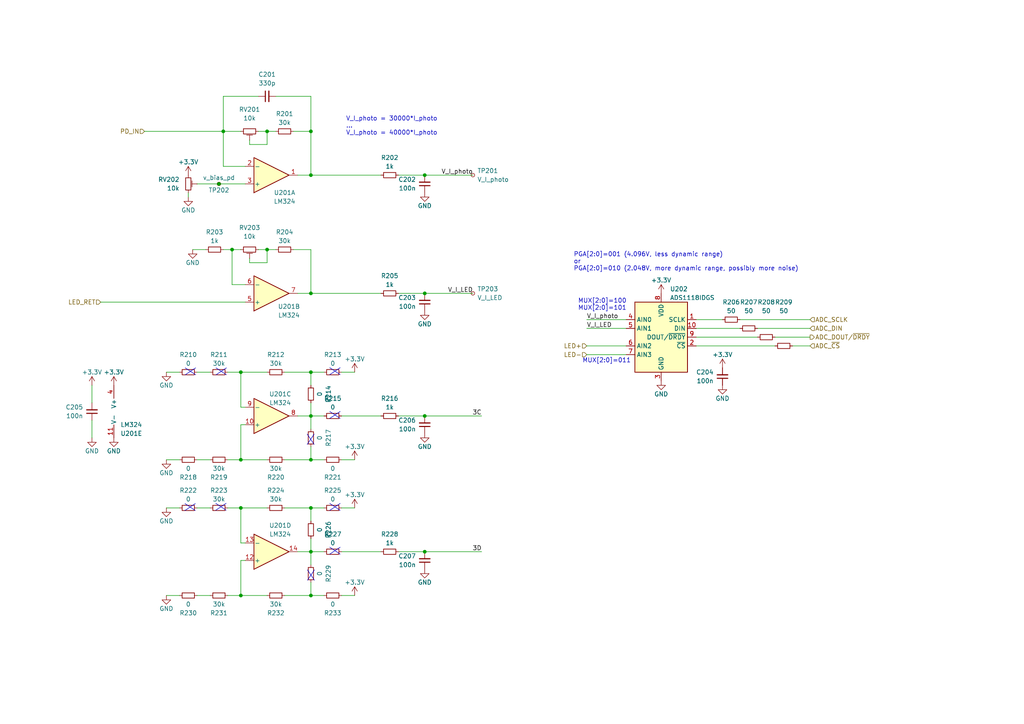
<source format=kicad_sch>
(kicad_sch (version 20211123) (generator eeschema)
  (paper "A4")
  (lib_symbols
    (symbol "Amplifier_Operational:LM324" (pin_names (offset 0.127))
      (property "Reference" "U" (at 0 5.08 0))
      (property "Value" "LM324" (at 0 -5.08 0))
      (symbol "LM324_1_1"
        (polyline (pts (xy -5.08 5.08) (xy 5.08 0) (xy -5.08 -5.08) (xy -5.08 5.08)) (stroke (width 0.254)) (fill (type background)))
        (pin output line (at 7.62 0 180) (length 2.54) (name "~") (number "1"))
        (pin input line (at -7.62 -2.54 0) (length 2.54) (name "-") (number "2"))
        (pin input line (at -7.62 2.54 0) (length 2.54) (name "+") (number "3"))
      )
      (symbol "LM324_2_1"
        (polyline (pts (xy -5.08 5.08) (xy 5.08 0) (xy -5.08 -5.08) (xy -5.08 5.08)) (stroke (width 0.254)) (fill (type background)))
        (pin input line (at -7.62 2.54 0) (length 2.54) (name "+") (number "5"))
        (pin input line (at -7.62 -2.54 0) (length 2.54) (name "-") (number "6"))
        (pin output line (at 7.62 0 180) (length 2.54) (name "~") (number "7"))
      )
      (symbol "LM324_3_1"
        (polyline (pts (xy -5.08 5.08) (xy 5.08 0) (xy -5.08 -5.08) (xy -5.08 5.08)) (stroke (width 0.254)) (fill (type background)))
        (pin input line (at -7.62 2.54 0) (length 2.54) (name "+") (number "10"))
        (pin output line (at 7.62 0 180) (length 2.54) (name "~") (number "8"))
        (pin input line (at -7.62 -2.54 0) (length 2.54) (name "-") (number "9"))
      )
      (symbol "LM324_4_1"
        (polyline (pts (xy -5.08 5.08) (xy 5.08 0) (xy -5.08 -5.08) (xy -5.08 5.08)) (stroke (width 0.254)) (fill (type background)))
        (pin input line (at -7.62 2.54 0) (length 2.54) (name "+") (number "12"))
        (pin input line (at -7.62 -2.54 0) (length 2.54) (name "-") (number "13"))
        (pin output line (at 7.62 0 180) (length 2.54) (name "~") (number "14"))
      )
      (symbol "LM324_5_1"
        (pin power_in line (at -2.54 -7.62 90) (length 3.81) (name "V-") (number "11"))
        (pin power_in line (at -2.54 7.62 270) (length 3.81) (name "V+") (number "4"))
      )
    )
    (symbol "Analog_ADC:ADS1118IDGS"
      (property "Reference" "U" (at 1.27 13.97 0))
      (property "Value" "ADS1118IDGS" (at 1.27 11.43 0))
      (symbol "ADS1118IDGS_0_1"
        (rectangle (start 7.62 10.16) (end -7.62 -10.16) (stroke (width 0.254)) (fill (type background)))
      )
      (symbol "ADS1118IDGS_1_1"
        (pin input line (at 10.16 5.08 180) (length 2.54) (name "SCLK") (number "1"))
        (pin input line (at 10.16 2.54 180) (length 2.54) (name "DIN") (number "10"))
        (pin input line (at 10.16 -2.54 180) (length 2.54) (name "~{CS}") (number "2"))
        (pin power_in line (at 0 -12.7 90) (length 2.54) (name "GND") (number "3"))
        (pin input line (at -10.16 5.08 0) (length 2.54) (name "AIN0") (number "4"))
        (pin input line (at -10.16 2.54 0) (length 2.54) (name "AIN1") (number "5"))
        (pin input line (at -10.16 -2.54 0) (length 2.54) (name "AIN2") (number "6"))
        (pin input line (at -10.16 -5.08 0) (length 2.54) (name "AIN3") (number "7"))
        (pin power_in line (at 0 12.7 270) (length 2.54) (name "VDD") (number "8"))
        (pin output line (at 10.16 0 180) (length 2.54) (name "DOUT/~{DRDY}") (number "9"))
      )
    )
    (symbol "Connector:TestPoint_Small" (pin_numbers hide) (pin_names (offset 0.762) hide)
      (property "Reference" "TP" (at 0 3.81 0))
      (property "Value" "TestPoint_Small" (at 0 2.032 0))
      (symbol "TestPoint_Small_0_1"
        (circle (center 0 0) (radius 0.508))
      )
      (symbol "TestPoint_Small_1_1"
        (pin passive line (at 0 0 90) (length 0) (name "1") (number "1"))
      )
    )
    (symbol "Device:C_Small" (pin_numbers hide) (pin_names (offset 0.254) hide)
      (property "Reference" "C" (at 0.254 1.778 0))
      (property "Value" "C_Small" (at 0.254 -2.032 0))
      (symbol "C_Small_0_1"
        (polyline (pts (xy -1.524 -0.508) (xy 1.524 -0.508)) (stroke (width 0.3302)))
        (polyline (pts (xy -1.524 0.508) (xy 1.524 0.508)) (stroke (width 0.3048)))
      )
      (symbol "C_Small_1_1"
        (pin passive line (at 0 2.54 270) (length 2.032) (name "~") (number "1"))
        (pin passive line (at 0 -2.54 90) (length 2.032) (name "~") (number "2"))
      )
    )
    (symbol "Device:R_Small" (pin_numbers hide) (pin_names (offset 0.254) hide)
      (property "Reference" "R" (at 0.762 0.508 0))
      (property "Value" "R_Small" (at 0.762 -1.016 0))
      (symbol "R_Small_0_1"
        (rectangle (start -0.762 1.778) (end 0.762 -1.778) (stroke (width 0.2032)))
      )
      (symbol "R_Small_1_1"
        (pin passive line (at 0 2.54 270) (length 0.762) (name "~") (number "1"))
        (pin passive line (at 0 -2.54 90) (length 0.762) (name "~") (number "2"))
      )
    )
    (symbol "R_Potentiometer_Trim_Small_1" (pin_numbers hide) (pin_names (offset 1.016) hide)
      (property "Reference" "RV" (at -4.445 0 90))
      (property "Value" "R_Potentiometer_Trim_Small_1" (at -2.54 0 90))
      (symbol "R_Potentiometer_Trim_Small_1_0_1"
        (rectangle (start -0.76 1.78) (end 0.76 -1.78) (stroke (width 0.2032)))
        (polyline (pts (xy 0 -1.78) (xy 0 -2.54)))
        (polyline (pts (xy 0 1.78) (xy 0 2.54)))
        (polyline (pts (xy 1.0885 0.8805) (xy 1.0885 -0.8779)))
        (polyline (pts (xy 1.0941 0) (xy 2.54 0)))
      )
      (symbol "R_Potentiometer_Trim_Small_1_1_1"
        (pin passive line (at 0 2.54 270) (length 0) (name "1") (number "1"))
        (pin passive line (at 2.54 0 180) (length 0) (name "2") (number "2"))
        (pin passive line (at 0 -2.54 90) (length 0) (name "3") (number "3"))
      )
    )
    (symbol "R_Potentiometer_Trim_Small_2" (pin_numbers hide) (pin_names (offset 1.016) hide)
      (property "Reference" "RV" (at -4.445 0 90))
      (property "Value" "R_Potentiometer_Trim_Small_2" (at -2.54 0 90))
      (symbol "R_Potentiometer_Trim_Small_2_0_1"
        (rectangle (start -0.76 1.78) (end 0.76 -1.78) (stroke (width 0.2032)))
        (polyline (pts (xy 0 -1.78) (xy 0 -2.54)))
        (polyline (pts (xy 0 1.78) (xy 0 2.54)))
        (polyline (pts (xy 1.0885 0.8805) (xy 1.0885 -0.8779)))
        (polyline (pts (xy 1.0941 0) (xy 2.54 0)))
      )
      (symbol "R_Potentiometer_Trim_Small_2_1_1"
        (pin passive line (at 0 2.54 270) (length 0) (name "1") (number "1"))
        (pin passive line (at 2.54 0 180) (length 0) (name "2") (number "2"))
        (pin passive line (at 0 -2.54 90) (length 0) (name "3") (number "3"))
      )
    )
    (symbol "power:+3.3V" (power) (pin_names (offset 0))
      (property "Value" "+3.3V" (at 0 3.556 0))
      (symbol "+3.3V_0_1"
        (polyline (pts (xy -0.762 1.27) (xy 0 2.54)))
        (polyline (pts (xy 0 0) (xy 0 2.54)))
        (polyline (pts (xy 0 2.54) (xy 0.762 1.27)))
      )
      (symbol "+3.3V_1_1"
        (pin power_in line (at 0 0 90) (length 0) hide (name "+3.3V") (number "1"))
      )
    )
    (symbol "power:GND" (power) (pin_names (offset 0))
      (property "Value" "GND" (at 0 -3.81 0))
      (symbol "GND_0_1"
        (polyline (pts (xy 0 0) (xy 0 -1.27) (xy 1.27 -1.27) (xy 0 -2.54) (xy -1.27 -1.27) (xy 0 -1.27)))
      )
      (symbol "GND_1_1"
        (pin power_in line (at 0 0 270) (length 0) hide (name "GND") (number "1"))
      )
    )
  )
  (junction (at 123.19 50.8))
  (junction (at 67.31 72.39))
  (junction (at 69.85 133.35))
  (junction (at 64.77 38.1))
  (junction (at 90.17 38.1))
  (junction (at 90.17 50.8))
  (junction (at 77.47 38.1))
  (junction (at 90.17 160.02))
  (junction (at 63.5 53.34))
  (junction (at 90.17 107.95))
  (junction (at 69.85 147.32))
  (junction (at 90.17 147.32))
  (junction (at 90.17 120.65))
  (junction (at 69.85 172.72))
  (junction (at 123.19 85.09))
  (junction (at 123.19 160.02))
  (junction (at 90.17 172.72))
  (junction (at 123.19 120.65))
  (junction (at 69.85 107.95))
  (junction (at 90.17 133.35))
  (junction (at 77.47 72.39))
  (junction (at 90.17 85.09))
  (wire (pts (xy 90.17 160.02) (xy 90.17 163.83)))
  (wire (pts (xy 90.17 38.1) (xy 90.17 50.8)))
  (wire (pts (xy 74.93 38.1) (xy 77.47 38.1)))
  (wire (pts (xy 90.17 107.95) (xy 93.98 107.95)))
  (wire (pts (xy 123.19 50.8) (xy 137.16 50.8)))
  (wire (pts (xy 69.85 123.19) (xy 69.85 133.35)))
  (wire (pts (xy 64.77 72.39) (xy 67.31 72.39)))
  (wire (pts (xy 90.17 151.13) (xy 90.17 147.32)))
  (wire (pts (xy 72.39 40.64) (xy 72.39 41.91)))
  (wire (pts (xy 115.57 85.09) (xy 123.19 85.09)))
  (wire (pts (xy 67.31 72.39) (xy 69.85 72.39)))
  (wire (pts (xy 26.67 127) (xy 26.67 121.92)))
  (wire (pts (xy 57.15 53.34) (xy 63.5 53.34)))
  (wire (pts (xy 69.85 118.11) (xy 71.12 118.11)))
  (wire (pts (xy 123.19 120.65) (xy 139.7 120.65)))
  (wire (pts (xy 224.79 97.79) (xy 234.95 97.79)))
  (wire (pts (xy 57.15 147.32) (xy 60.96 147.32)))
  (wire (pts (xy 115.57 50.8) (xy 123.19 50.8)))
  (wire (pts (xy 90.17 168.91) (xy 90.17 172.72)))
  (wire (pts (xy 170.18 95.25) (xy 181.61 95.25)))
  (wire (pts (xy 90.17 120.65) (xy 93.98 120.65)))
  (wire (pts (xy 99.06 120.65) (xy 110.49 120.65)))
  (wire (pts (xy 82.55 147.32) (xy 90.17 147.32)))
  (wire (pts (xy 102.87 133.35) (xy 99.06 133.35)))
  (wire (pts (xy 77.47 38.1) (xy 80.01 38.1)))
  (wire (pts (xy 219.71 95.25) (xy 234.95 95.25)))
  (wire (pts (xy 66.04 172.72) (xy 69.85 172.72)))
  (wire (pts (xy 72.39 76.2) (xy 77.47 76.2)))
  (wire (pts (xy 170.18 100.33) (xy 181.61 100.33)))
  (wire (pts (xy 90.17 156.21) (xy 90.17 160.02)))
  (wire (pts (xy 85.09 38.1) (xy 90.17 38.1)))
  (wire (pts (xy 201.93 95.25) (xy 214.63 95.25)))
  (wire (pts (xy 90.17 27.94) (xy 90.17 38.1)))
  (wire (pts (xy 48.26 147.32) (xy 52.07 147.32)))
  (wire (pts (xy 69.85 107.95) (xy 69.85 118.11)))
  (wire (pts (xy 90.17 72.39) (xy 90.17 85.09)))
  (wire (pts (xy 214.63 92.71) (xy 234.95 92.71)))
  (wire (pts (xy 77.47 38.1) (xy 77.47 41.91)))
  (wire (pts (xy 26.67 111.76) (xy 26.67 116.84)))
  (wire (pts (xy 74.93 72.39) (xy 77.47 72.39)))
  (wire (pts (xy 72.39 41.91) (xy 77.47 41.91)))
  (wire (pts (xy 82.55 133.35) (xy 90.17 133.35)))
  (wire (pts (xy 48.26 172.72) (xy 52.07 172.72)))
  (wire (pts (xy 90.17 120.65) (xy 90.17 124.46)))
  (wire (pts (xy 90.17 111.76) (xy 90.17 107.95)))
  (wire (pts (xy 115.57 160.02) (xy 123.19 160.02)))
  (wire (pts (xy 48.26 133.35) (xy 52.07 133.35)))
  (wire (pts (xy 102.87 107.95) (xy 99.06 107.95)))
  (wire (pts (xy 71.12 82.55) (xy 67.31 82.55)))
  (wire (pts (xy 71.12 123.19) (xy 69.85 123.19)))
  (wire (pts (xy 69.85 162.56) (xy 69.85 172.72)))
  (wire (pts (xy 90.17 172.72) (xy 93.98 172.72)))
  (wire (pts (xy 57.15 172.72) (xy 60.96 172.72)))
  (wire (pts (xy 72.39 74.93) (xy 72.39 76.2)))
  (wire (pts (xy 77.47 107.95) (xy 69.85 107.95)))
  (wire (pts (xy 102.87 172.72) (xy 99.06 172.72)))
  (wire (pts (xy 85.09 72.39) (xy 90.17 72.39)))
  (wire (pts (xy 90.17 129.54) (xy 90.17 133.35)))
  (wire (pts (xy 64.77 48.26) (xy 71.12 48.26)))
  (wire (pts (xy 71.12 162.56) (xy 69.85 162.56)))
  (wire (pts (xy 77.47 72.39) (xy 80.01 72.39)))
  (wire (pts (xy 115.57 120.65) (xy 123.19 120.65)))
  (wire (pts (xy 64.77 38.1) (xy 69.85 38.1)))
  (wire (pts (xy 77.47 72.39) (xy 77.47 76.2)))
  (wire (pts (xy 69.85 133.35) (xy 77.47 133.35)))
  (wire (pts (xy 64.77 27.94) (xy 64.77 38.1)))
  (wire (pts (xy 102.87 147.32) (xy 99.06 147.32)))
  (wire (pts (xy 66.04 107.95) (xy 69.85 107.95)))
  (wire (pts (xy 66.04 147.32) (xy 69.85 147.32)))
  (wire (pts (xy 90.17 85.09) (xy 110.49 85.09)))
  (wire (pts (xy 66.04 133.35) (xy 69.85 133.35)))
  (wire (pts (xy 86.36 160.02) (xy 90.17 160.02)))
  (wire (pts (xy 71.12 53.34) (xy 63.5 53.34)))
  (wire (pts (xy 80.01 27.94) (xy 90.17 27.94)))
  (wire (pts (xy 57.15 133.35) (xy 60.96 133.35)))
  (wire (pts (xy 82.55 107.95) (xy 90.17 107.95)))
  (wire (pts (xy 99.06 160.02) (xy 110.49 160.02)))
  (wire (pts (xy 201.93 100.33) (xy 224.79 100.33)))
  (wire (pts (xy 48.26 107.95) (xy 52.07 107.95)))
  (wire (pts (xy 41.91 38.1) (xy 64.77 38.1)))
  (wire (pts (xy 64.77 38.1) (xy 64.77 48.26)))
  (wire (pts (xy 57.15 107.95) (xy 60.96 107.95)))
  (wire (pts (xy 201.93 97.79) (xy 219.71 97.79)))
  (wire (pts (xy 201.93 92.71) (xy 209.55 92.71)))
  (wire (pts (xy 29.21 87.63) (xy 71.12 87.63)))
  (wire (pts (xy 86.36 120.65) (xy 90.17 120.65)))
  (wire (pts (xy 170.18 92.71) (xy 181.61 92.71)))
  (wire (pts (xy 229.87 100.33) (xy 234.95 100.33)))
  (wire (pts (xy 69.85 147.32) (xy 69.85 157.48)))
  (wire (pts (xy 90.17 160.02) (xy 93.98 160.02)))
  (wire (pts (xy 69.85 157.48) (xy 71.12 157.48)))
  (wire (pts (xy 77.47 147.32) (xy 69.85 147.32)))
  (wire (pts (xy 67.31 72.39) (xy 67.31 82.55)))
  (wire (pts (xy 123.19 160.02) (xy 139.7 160.02)))
  (wire (pts (xy 86.36 50.8) (xy 90.17 50.8)))
  (wire (pts (xy 90.17 50.8) (xy 110.49 50.8)))
  (wire (pts (xy 64.77 27.94) (xy 74.93 27.94)))
  (wire (pts (xy 93.98 147.32) (xy 90.17 147.32)))
  (wire (pts (xy 90.17 116.84) (xy 90.17 120.65)))
  (wire (pts (xy 54.61 57.15) (xy 54.61 55.88)))
  (wire (pts (xy 170.18 102.87) (xy 181.61 102.87)))
  (wire (pts (xy 90.17 85.09) (xy 86.36 85.09)))
  (wire (pts (xy 90.17 133.35) (xy 93.98 133.35)))
  (wire (pts (xy 123.19 85.09) (xy 137.16 85.09)))
  (wire (pts (xy 55.88 72.39) (xy 59.69 72.39)))
  (wire (pts (xy 82.55 172.72) (xy 90.17 172.72)))
  (wire (pts (xy 69.85 172.72) (xy 77.47 172.72)))
  (text "X" (at 91.6402 129.5321 180) (effects (font (size 3 3)) (justify right bottom)))
  (text "X" (at 57.1081 109.4784 90) (effects (font (size 3 3)) (justify left bottom)))
  (text "X" (at 91.7189 168.9142 180) (effects (font (size 3 3)) (justify right bottom)))
  (text "MUX[2:0]=011" (at 168.91 105.41 0) (effects (font (size 1.27 1.27)) (justify left bottom)))
  (text "PGA[2:0]=001 (4.096V, less dynamic range) \nor \nPGA[2:0]=010 (2.048V, more dynamic range, possibly more noise)" (at 166.37 78.74 0) (effects (font (size 1.27 1.27)) (justify left bottom)))
  (text "X" (at 99.0273 122.1269 90) (effects (font (size 3 3)) (justify left bottom)))
  (text "X" (at 65.9572 148.7621 90) (effects (font (size 3 3)) (justify left bottom)))
  (text "X" (at 99.0273 148.7969 90) (effects (font (size 3 3)) (justify left bottom)))
  (text "X" (at 66.04 109.4784 90) (effects (font (size 3 3)) (justify left bottom)))
  (text "MUX[2:0]=100\nMUX[2:0]=101" (at 167.64 90.17 0) (effects (font (size 1.27 1.27)) (justify left bottom)))
  (text "X" (at 99.0273 109.4269 90) (effects (font (size 3 3)) (justify left bottom)))
  (text "V_I_photo = 30000*I_photo\n...\nV_I_photo = 40000*I_photo" (at 100.33 39.37 0) (effects (font (size 1.27 1.27)) (justify left bottom)))
  (text "X" (at 57.0277 148.8392 90) (effects (font (size 3 3)) (justify left bottom)))
  (text "X" (at 99.0273 161.4969 90) (effects (font (size 3 3)) (justify left bottom)))
  (label "V_I_photo" (at 170.18 92.71 0))
  (label "3D" (at 139.7 160.02 180))
  (label "3C" (at 139.7 120.65 180))
  (label "V_I_LED" (at 137.16 85.09 180))
  (label "V_I_LED" (at 170.18 95.25 0))
  (label "V_I_photo" (at 137.16 50.8 180))
  (hierarchical_label "ADC_SCLK" (shape input) (at 234.95 92.71 0))
  (hierarchical_label "PD_IN" (shape input) (at 41.91 38.1 180))
  (hierarchical_label "ADC_DIN" (shape input) (at 234.95 95.25 0))
  (hierarchical_label "ADC_DOUT{slash}~{DRDY}" (shape output) (at 234.95 97.79 0))
  (hierarchical_label "ADC_~{CS}" (shape input) (at 234.95 100.33 0))
  (hierarchical_label "LED_RET" (shape input) (at 29.21 87.63 180))
  (hierarchical_label "LED-" (shape input) (at 170.18 102.87 180))
  (hierarchical_label "LED+" (shape input) (at 170.18 100.33 180))
  (symbol (lib_name "R_Potentiometer_Trim_Small_1") (lib_id "Seppl_Device:R_Potentiometer_Trim_Small") (at 54.61 53.34 0) (unit 1)
    (property "Reference" "RV202" (at 52.07 52.0699 0) (effects (justify right)))
    (property "Value" "10k" (at 52.07 54.6099 0) (effects (justify right)))
    (property "Footprint" "Potentiometer_THT:Potentiometer_Bourns_3296W_Vertical" (effects hide))
  )
  (symbol (lib_id "power:+3.3V") (at 33.02 111.76 0) (unit 1)
    (property "Reference" "#PWR0212" (effects hide))
    (property "Value" "+3.3V" (at 33.02 107.95 0))
  )
  (symbol (lib_id "power:GND") (at 123.19 55.88 0) (unit 1)
    (property "Reference" "#PWR0202" (effects hide))
    (property "Value" "GND" (at 123.19 59.69 0))
  )
  (symbol (lib_id "power:GND") (at 48.26 172.72 0) (unit 1)
    (property "Reference" "#PWR0222" (effects hide))
    (property "Value" "GND" (at 48.26 176.53 0))
  )
  (symbol (lib_id "Device:R_Small") (at 63.5 172.72 90) (mirror x) (unit 1)
    (property "Reference" "R231" (at 63.5 177.8 90))
    (property "Value" "30k" (at 63.5 175.26 90))
    (property "Footprint" "Resistor_SMD:R_0805_2012Metric_Pad1.20x1.40mm_HandSolder" (effects hide))
  )
  (symbol (lib_id "Device:C_Small") (at 123.19 162.56 0) (mirror x) (unit 1)
    (property "Reference" "C207" (at 120.65 161.2835 0) (effects (justify right)))
    (property "Value" "100n" (at 120.65 163.8235 0) (effects (justify right)))
    (property "Footprint" "Capacitor_SMD:C_0805_2012Metric_Pad1.18x1.45mm_HandSolder" (effects hide))
  )
  (symbol (lib_id "Device:R_Small") (at 113.03 85.09 90) (unit 1)
    (property "Reference" "R205" (at 113.03 80.01 90))
    (property "Value" "1k" (at 113.03 82.55 90))
    (property "Footprint" "Resistor_SMD:R_0805_2012Metric_Pad1.20x1.40mm_HandSolder" (effects hide))
  )
  (symbol (lib_id "Device:R_Small") (at 63.5 107.95 90) (unit 1)
    (property "Reference" "R211" (at 63.5 102.87 90))
    (property "Value" "30k" (at 63.5 105.41 90))
    (property "Footprint" "Resistor_SMD:R_0805_2012Metric_Pad1.20x1.40mm_HandSolder" (effects hide))
  )
  (symbol (lib_id "Device:R_Small") (at 54.61 107.95 90) (unit 1)
    (property "Reference" "R210" (at 54.61 102.87 90))
    (property "Value" "0" (at 54.61 105.41 90))
    (property "Footprint" "Resistor_SMD:R_0805_2012Metric_Pad1.20x1.40mm_HandSolder" (effects hide))
  )
  (symbol (lib_id "Device:C_Small") (at 123.19 123.19 0) (mirror x) (unit 1)
    (property "Reference" "C206" (at 120.65 121.9135 0) (effects (justify right)))
    (property "Value" "100n" (at 120.65 124.4535 0) (effects (justify right)))
    (property "Footprint" "Capacitor_SMD:C_0805_2012Metric_Pad1.18x1.45mm_HandSolder" (effects hide))
  )
  (symbol (lib_id "Amplifier_Operational:LM324") (at 78.74 120.65 0) (mirror x) (unit 3)
    (property "Reference" "U201" (at 81.28 114.3 0))
    (property "Value" "LM324" (at 81.28 116.84 0))
    (property "Footprint" "Package_SO:SOIC-14_3.9x8.7mm_P1.27mm" (effects hide))
    (property "Datasheet" "http://www.ti.com/lit/ds/symlink/lm2902-n.pdf" (effects hide))
  )
  (symbol (lib_id "Device:R_Small") (at 54.61 172.72 90) (mirror x) (unit 1)
    (property "Reference" "R230" (at 54.61 177.8 90))
    (property "Value" "0" (at 54.61 175.26 90))
    (property "Footprint" "Resistor_SMD:R_0805_2012Metric_Pad1.20x1.40mm_HandSolder" (effects hide))
  )
  (symbol (lib_id "power:GND") (at 48.26 107.95 0) (unit 1)
    (property "Reference" "#PWR0208" (effects hide))
    (property "Value" "GND" (at 48.26 111.76 0))
  )
  (symbol (lib_id "Device:C_Small") (at 209.55 109.22 0) (mirror x) (unit 1)
    (property "Reference" "C204" (at 207.01 107.9435 0) (effects (justify right)))
    (property "Value" "100n" (at 207.01 110.4835 0) (effects (justify right)))
    (property "Footprint" "Capacitor_SMD:C_0805_2012Metric_Pad1.18x1.45mm_HandSolder" (effects hide))
  )
  (symbol (lib_id "power:GND") (at 26.67 127 0) (unit 1)
    (property "Reference" "#PWR0215" (effects hide))
    (property "Value" "GND" (at 26.67 130.81 0))
  )
  (symbol (lib_id "power:GND") (at 123.19 165.1 0) (unit 1)
    (property "Reference" "#PWR0221" (effects hide))
    (property "Value" "GND" (at 123.19 168.91 0))
  )
  (symbol (lib_id "Device:R_Small") (at 54.61 133.35 90) (mirror x) (unit 1)
    (property "Reference" "R218" (at 54.61 138.43 90))
    (property "Value" "0" (at 54.61 135.89 90))
    (property "Footprint" "Resistor_SMD:R_0805_2012Metric_Pad1.20x1.40mm_HandSolder" (effects hide))
  )
  (symbol (lib_id "power:+3.3V") (at 26.67 111.76 0) (unit 1)
    (property "Reference" "#PWR0211" (effects hide))
    (property "Value" "+3.3V" (at 26.67 107.95 0))
  )
  (symbol (lib_id "power:GND") (at 55.88 72.39 0) (unit 1)
    (property "Reference" "#PWR0204" (effects hide))
    (property "Value" "GND" (at 55.88 76.2 0))
  )
  (symbol (lib_id "Device:R_Small") (at 113.03 50.8 90) (unit 1)
    (property "Reference" "R202" (at 113.03 45.72 90))
    (property "Value" "1k" (at 113.03 48.26 90))
    (property "Footprint" "Resistor_SMD:R_0805_2012Metric_Pad1.20x1.40mm_HandSolder" (effects hide))
  )
  (symbol (lib_id "power:GND") (at 209.55 111.76 0) (unit 1)
    (property "Reference" "#PWR0213" (effects hide))
    (property "Value" "GND" (at 209.55 115.57 0))
  )
  (symbol (lib_id "Device:R_Small") (at 63.5 133.35 90) (mirror x) (unit 1)
    (property "Reference" "R219" (at 63.5 138.43 90))
    (property "Value" "30k" (at 63.5 135.89 90))
    (property "Footprint" "Resistor_SMD:R_0805_2012Metric_Pad1.20x1.40mm_HandSolder" (effects hide))
  )
  (symbol (lib_id "Amplifier_Operational:LM324") (at 78.74 85.09 0) (mirror x) (unit 2)
    (property "Reference" "U201" (at 83.82 88.9 0))
    (property "Value" "LM324" (at 83.82 91.44 0))
    (property "Footprint" "Package_SO:SOIC-14_3.9x8.7mm_P1.27mm" (effects hide))
    (property "Datasheet" "http://www.ti.com/lit/ds/symlink/lm2902-n.pdf" (effects hide))
  )
  (symbol (lib_id "Device:R_Small") (at 96.52 147.32 90) (unit 1)
    (property "Reference" "R225" (at 96.52 142.24 90))
    (property "Value" "0" (at 96.52 144.78 90))
    (property "Footprint" "Resistor_SMD:R_0805_2012Metric_Pad1.20x1.40mm_HandSolder" (effects hide))
  )
  (symbol (lib_id "Device:R_Small") (at 90.17 114.3 0) (mirror x) (unit 1)
    (property "Reference" "R214" (at 95.25 114.3 90))
    (property "Value" "0" (at 92.71 114.3 90))
    (property "Footprint" "Resistor_SMD:R_0805_2012Metric_Pad1.20x1.40mm_HandSolder" (effects hide))
  )
  (symbol (lib_id "Device:R_Small") (at 62.23 72.39 90) (unit 1)
    (property "Reference" "R203" (at 62.23 67.31 90))
    (property "Value" "1k" (at 62.23 69.85 90))
    (property "Footprint" "Resistor_SMD:R_0805_2012Metric_Pad1.20x1.40mm_HandSolder" (effects hide))
  )
  (symbol (lib_id "Device:R_Small") (at 96.52 172.72 90) (mirror x) (unit 1)
    (property "Reference" "R233" (at 96.52 177.8 90))
    (property "Value" "0" (at 96.52 175.26 90))
    (property "Footprint" "Resistor_SMD:R_0805_2012Metric_Pad1.20x1.40mm_HandSolder" (effects hide))
  )
  (symbol (lib_id "power:+3.3V") (at 102.87 133.35 0) (unit 1)
    (property "Reference" "#PWR0218" (effects hide))
    (property "Value" "+3.3V" (at 102.87 129.54 0))
  )
  (symbol (lib_id "Device:R_Small") (at 96.52 107.95 90) (unit 1)
    (property "Reference" "R213" (at 96.52 102.87 90))
    (property "Value" "0" (at 96.52 105.41 90))
    (property "Footprint" "Resistor_SMD:R_0805_2012Metric_Pad1.20x1.40mm_HandSolder" (effects hide))
  )
  (symbol (lib_id "Device:R_Small") (at 82.55 72.39 90) (unit 1)
    (property "Reference" "R204" (at 82.55 67.31 90))
    (property "Value" "30k" (at 82.55 69.85 90))
    (property "Footprint" "Resistor_SMD:R_0805_2012Metric_Pad1.20x1.40mm_HandSolder" (effects hide))
  )
  (symbol (lib_id "power:GND") (at 48.26 133.35 0) (unit 1)
    (property "Reference" "#PWR0217" (effects hide))
    (property "Value" "GND" (at 48.26 137.16 0))
  )
  (symbol (lib_id "Device:C_Small") (at 123.19 53.34 0) (mirror x) (unit 1)
    (property "Reference" "C202" (at 120.65 52.0635 0) (effects (justify right)))
    (property "Value" "100n" (at 120.65 54.6035 0) (effects (justify right)))
    (property "Footprint" "Capacitor_SMD:C_0805_2012Metric_Pad1.18x1.45mm_HandSolder" (effects hide))
  )
  (symbol (lib_id "Device:C_Small") (at 26.67 119.38 0) (mirror x) (unit 1)
    (property "Reference" "C205" (at 24.13 118.1035 0) (effects (justify right)))
    (property "Value" "100n" (at 24.13 120.6435 0) (effects (justify right)))
    (property "Footprint" "Capacitor_SMD:C_0805_2012Metric_Pad1.18x1.45mm_HandSolder" (effects hide))
  )
  (symbol (lib_id "Device:R_Small") (at 80.01 147.32 90) (unit 1)
    (property "Reference" "R224" (at 80.01 142.24 90))
    (property "Value" "30k" (at 80.01 144.78 90))
    (property "Footprint" "Resistor_SMD:R_0805_2012Metric_Pad1.20x1.40mm_HandSolder" (effects hide))
  )
  (symbol (lib_id "Device:R_Small") (at 113.03 160.02 90) (unit 1)
    (property "Reference" "R228" (at 113.03 154.94 90))
    (property "Value" "1k" (at 113.03 157.48 90))
    (property "Footprint" "Resistor_SMD:R_0805_2012Metric_Pad1.20x1.40mm_HandSolder" (effects hide))
  )
  (symbol (lib_id "Device:R_Small") (at 90.17 153.67 0) (mirror x) (unit 1)
    (property "Reference" "R226" (at 95.25 153.67 90))
    (property "Value" "0" (at 92.71 153.67 90))
    (property "Footprint" "Resistor_SMD:R_0805_2012Metric_Pad1.20x1.40mm_HandSolder" (effects hide))
  )
  (symbol (lib_id "Analog_ADC:ADS1118IDGS") (at 191.77 97.79 0) (unit 1)
    (property "Reference" "U202" (at 194.31 83.82 0) (effects (justify left)))
    (property "Value" "ADS1118IDGS" (at 194.31 86.36 0) (effects (justify left)))
    (property "Footprint" "Package_SO:TSSOP-10_3x3mm_P0.5mm" (effects hide))
    (property "Datasheet" "http://www.ti.com/lit/ds/symlink/ads1118.pdf" (effects hide))
  )
  (symbol (lib_id "power:+3.3V") (at 54.61 50.8 0) (unit 1)
    (property "Reference" "#PWR0201" (effects hide))
    (property "Value" "+3.3V" (at 54.61 46.99 0))
  )
  (symbol (lib_id "Device:R_Small") (at 63.5 147.32 90) (unit 1)
    (property "Reference" "R223" (at 63.5 142.24 90))
    (property "Value" "30k" (at 63.5 144.78 90))
    (property "Footprint" "Resistor_SMD:R_0805_2012Metric_Pad1.20x1.40mm_HandSolder" (effects hide))
  )
  (symbol (lib_id "Device:R_Small") (at 96.52 160.02 90) (unit 1)
    (property "Reference" "R227" (at 96.52 154.94 90))
    (property "Value" "0" (at 96.52 157.48 90))
    (property "Footprint" "Resistor_SMD:R_0805_2012Metric_Pad1.20x1.40mm_HandSolder" (effects hide))
  )
  (symbol (lib_id "power:GND") (at 191.77 110.49 0) (unit 1)
    (property "Reference" "#PWR0210" (effects hide))
    (property "Value" "GND" (at 191.77 114.3 0))
  )
  (symbol (lib_id "Device:R_Small") (at 80.01 172.72 90) (mirror x) (unit 1)
    (property "Reference" "R232" (at 80.01 177.8 90))
    (property "Value" "30k" (at 80.01 175.26 90))
    (property "Footprint" "Resistor_SMD:R_0805_2012Metric_Pad1.20x1.40mm_HandSolder" (effects hide))
  )
  (symbol (lib_id "Connector:TestPoint_Small") (at 137.16 85.09 0) (unit 1)
    (property "Reference" "TP203" (at 138.43 83.8199 0) (effects (justify left)))
    (property "Value" "V_I_LED" (at 138.43 86.3599 0) (effects (justify left)))
    (property "Footprint" "TestPoint:TestPoint_Pad_D2.0mm" (effects hide))
  )
  (symbol (lib_id "Amplifier_Operational:LM324") (at 35.56 119.38 0) (unit 5)
    (property "Reference" "U201" (at 38.1 125.73 0))
    (property "Value" "LM324" (at 38.1 123.19 0))
    (property "Footprint" "Package_SO:SOIC-14_3.9x8.7mm_P1.27mm" (effects hide))
    (property "Datasheet" "http://www.ti.com/lit/ds/symlink/lm2902-n.pdf" (effects hide))
  )
  (symbol (lib_id "power:+3.3V") (at 191.77 85.09 0) (unit 1)
    (property "Reference" "#PWR0205" (effects hide))
    (property "Value" "+3.3V" (at 191.77 81.28 0))
  )
  (symbol (lib_id "power:+3.3V") (at 102.87 147.32 0) (unit 1)
    (property "Reference" "#PWR0220" (effects hide))
    (property "Value" "+3.3V" (at 102.87 143.51 0))
  )
  (symbol (lib_id "power:+3.3V") (at 209.55 106.68 0) (unit 1)
    (property "Reference" "#PWR0207" (effects hide))
    (property "Value" "+3.3V" (at 209.55 102.87 0))
  )
  (symbol (lib_id "Device:R_Small") (at 113.03 120.65 90) (unit 1)
    (property "Reference" "R216" (at 113.03 115.57 90))
    (property "Value" "1k" (at 113.03 118.11 90))
    (property "Footprint" "Resistor_SMD:R_0805_2012Metric_Pad1.20x1.40mm_HandSolder" (effects hide))
  )
  (symbol (lib_id "power:GND") (at 123.19 125.73 0) (unit 1)
    (property "Reference" "#PWR0214" (effects hide))
    (property "Value" "GND" (at 123.19 129.54 0))
  )
  (symbol (lib_id "Device:C_Small") (at 77.47 27.94 90) (unit 1)
    (property "Reference" "C201" (at 77.4763 21.59 90))
    (property "Value" "330p" (at 77.4763 24.13 90))
    (property "Footprint" "Capacitor_SMD:C_0805_2012Metric_Pad1.18x1.45mm_HandSolder" (effects hide))
  )
  (symbol (lib_id "Device:C_Small") (at 123.19 87.63 0) (mirror x) (unit 1)
    (property "Reference" "C203" (at 120.65 86.3535 0) (effects (justify right)))
    (property "Value" "100n" (at 120.65 88.8935 0) (effects (justify right)))
    (property "Footprint" "Capacitor_SMD:C_0805_2012Metric_Pad1.18x1.45mm_HandSolder" (effects hide))
  )
  (symbol (lib_id "Device:R_Small") (at 217.17 95.25 90) (unit 1)
    (property "Reference" "R207" (at 217.17 87.63 90))
    (property "Value" "50" (at 217.17 90.17 90))
    (property "Footprint" "Resistor_SMD:R_0805_2012Metric_Pad1.20x1.40mm_HandSolder" (effects hide))
  )
  (symbol (lib_id "Device:R_Small") (at 54.61 147.32 90) (unit 1)
    (property "Reference" "R222" (at 54.61 142.24 90))
    (property "Value" "0" (at 54.61 144.78 90))
    (property "Footprint" "Resistor_SMD:R_0805_2012Metric_Pad1.20x1.40mm_HandSolder" (effects hide))
  )
  (symbol (lib_id "power:GND") (at 48.26 147.32 0) (unit 1)
    (property "Reference" "#PWR0219" (effects hide))
    (property "Value" "GND" (at 48.26 151.13 0))
  )
  (symbol (lib_id "Device:R_Small") (at 96.52 133.35 90) (mirror x) (unit 1)
    (property "Reference" "R221" (at 96.52 138.43 90))
    (property "Value" "0" (at 96.52 135.89 90))
    (property "Footprint" "Resistor_SMD:R_0805_2012Metric_Pad1.20x1.40mm_HandSolder" (effects hide))
  )
  (symbol (lib_id "Device:R_Small") (at 80.01 133.35 90) (mirror x) (unit 1)
    (property "Reference" "R220" (at 80.01 138.43 90))
    (property "Value" "30k" (at 80.01 135.89 90))
    (property "Footprint" "Resistor_SMD:R_0805_2012Metric_Pad1.20x1.40mm_HandSolder" (effects hide))
  )
  (symbol (lib_name "R_Potentiometer_Trim_Small_2") (lib_id "Seppl_Device:R_Potentiometer_Trim_Small") (at 72.39 72.39 270) (unit 1)
    (property "Reference" "RV203" (at 72.39 66.04 90))
    (property "Value" "10k" (at 72.39 68.58 90))
    (property "Footprint" "Potentiometer_THT:Potentiometer_Bourns_3296W_Vertical" (effects hide))
  )
  (symbol (lib_id "Device:R_Small") (at 90.17 166.37 0) (mirror x) (unit 1)
    (property "Reference" "R229" (at 95.25 166.37 90))
    (property "Value" "0" (at 92.71 166.37 90))
    (property "Footprint" "Resistor_SMD:R_0805_2012Metric_Pad1.20x1.40mm_HandSolder" (effects hide))
  )
  (symbol (lib_id "Device:R_Small") (at 96.52 120.65 90) (unit 1)
    (property "Reference" "R215" (at 96.52 115.57 90))
    (property "Value" "0" (at 96.52 118.11 90))
    (property "Footprint" "Resistor_SMD:R_0805_2012Metric_Pad1.20x1.40mm_HandSolder" (effects hide))
  )
  (symbol (lib_id "Amplifier_Operational:LM324") (at 78.74 160.02 0) (mirror x) (unit 4)
    (property "Reference" "U201" (at 81.28 152.4 0))
    (property "Value" "LM324" (at 81.28 154.94 0))
    (property "Footprint" "Package_SO:SOIC-14_3.9x8.7mm_P1.27mm" (effects hide))
    (property "Datasheet" "http://www.ti.com/lit/ds/symlink/lm2902-n.pdf" (effects hide))
  )
  (symbol (lib_id "power:GND") (at 54.61 57.15 0) (unit 1)
    (property "Reference" "#PWR0203" (effects hide))
    (property "Value" "GND" (at 54.61 60.96 0))
  )
  (symbol (lib_id "power:GND") (at 33.02 127 0) (unit 1)
    (property "Reference" "#PWR0216" (effects hide))
    (property "Value" "GND" (at 33.02 130.81 0))
  )
  (symbol (lib_id "power:GND") (at 123.19 90.17 0) (unit 1)
    (property "Reference" "#PWR0206" (effects hide))
    (property "Value" "GND" (at 123.19 93.98 0))
  )
  (symbol (lib_id "Device:R_Small") (at 82.55 38.1 90) (unit 1)
    (property "Reference" "R201" (at 82.55 33.02 90))
    (property "Value" "30k" (at 82.55 35.56 90))
    (property "Footprint" "Resistor_SMD:R_0805_2012Metric_Pad1.20x1.40mm_HandSolder" (effects hide))
  )
  (symbol (lib_id "power:+3.3V") (at 102.87 107.95 0) (unit 1)
    (property "Reference" "#PWR0209" (effects hide))
    (property "Value" "+3.3V" (at 102.87 104.14 0))
  )
  (symbol (lib_id "Connector:TestPoint_Small") (at 63.5 53.34 180) (unit 1)
    (property "Reference" "TP202" (at 63.5 55.88 0) (effects (justify top)))
    (property "Value" "v_bias_pd" (at 63.5 50.8 0) (effects (justify bottom)))
    (property "Footprint" "TestPoint:TestPoint_Pad_D2.0mm" (effects hide))
  )
  (symbol (lib_id "Device:R_Small") (at 222.25 97.79 90) (unit 1)
    (property "Reference" "R208" (at 222.25 87.63 90))
    (property "Value" "50" (at 222.25 90.17 90))
    (property "Footprint" "Resistor_SMD:R_0805_2012Metric_Pad1.20x1.40mm_HandSolder" (effects hide))
  )
  (symbol (lib_id "Connector:TestPoint_Small") (at 137.16 50.8 0) (unit 1)
    (property "Reference" "TP201" (at 138.43 49.5299 0) (effects (justify left)))
    (property "Value" "V_I_photo" (at 138.43 52.0699 0) (effects (justify left)))
    (property "Footprint" "TestPoint:TestPoint_Pad_D2.0mm" (effects hide))
  )
  (symbol (lib_id "Device:R_Small") (at 90.17 127 0) (mirror x) (unit 1)
    (property "Reference" "R217" (at 95.25 127 90))
    (property "Value" "0" (at 92.71 127 90))
    (property "Footprint" "Resistor_SMD:R_0805_2012Metric_Pad1.20x1.40mm_HandSolder" (effects hide))
  )
  (symbol (lib_id "Device:R_Small") (at 80.01 107.95 90) (unit 1)
    (property "Reference" "R212" (at 80.01 102.87 90))
    (property "Value" "30k" (at 80.01 105.41 90))
    (property "Footprint" "Resistor_SMD:R_0805_2012Metric_Pad1.20x1.40mm_HandSolder" (effects hide))
  )
  (symbol (lib_id "Device:R_Small") (at 212.09 92.71 90) (unit 1)
    (property "Reference" "R206" (at 212.09 87.63 90))
    (property "Value" "50" (at 212.09 90.17 90))
    (property "Footprint" "Resistor_SMD:R_0805_2012Metric_Pad1.20x1.40mm_HandSolder" (effects hide))
  )
  (symbol (lib_id "Device:R_Small") (at 227.33 100.33 90) (unit 1)
    (property "Reference" "R209" (at 227.33 87.63 90))
    (property "Value" "50" (at 227.33 90.17 90))
    (property "Footprint" "Resistor_SMD:R_0805_2012Metric_Pad1.20x1.40mm_HandSolder" (effects hide))
  )
  (symbol (lib_name "R_Potentiometer_Trim_Small_2") (lib_id "Seppl_Device:R_Potentiometer_Trim_Small") (at 72.39 38.1 270) (unit 1)
    (property "Reference" "RV201" (at 72.39 31.75 90))
    (property "Value" "10k" (at 72.39 34.29 90))
    (property "Footprint" "Potentiometer_THT:Potentiometer_Bourns_3296W_Vertical" (effects hide))
  )
  (symbol (lib_id "power:+3.3V") (at 102.87 172.72 0) (unit 1)
    (property "Reference" "#PWR0223" (effects hide))
    (property "Value" "+3.3V" (at 102.87 168.91 0))
  )
  (symbol (lib_id "Amplifier_Operational:LM324") (at 78.74 50.8 0) (mirror x) (unit 1)
    (property "Reference" "U201" (at 82.55 55.88 0))
    (property "Value" "LM324" (at 82.55 58.42 0))
    (property "Footprint" "Package_SO:SOIC-14_3.9x8.7mm_P1.27mm" (effects hide))
    (property "Datasheet" "http://www.ti.com/lit/ds/symlink/lm2902-n.pdf" (effects hide))
  )
)
</source>
